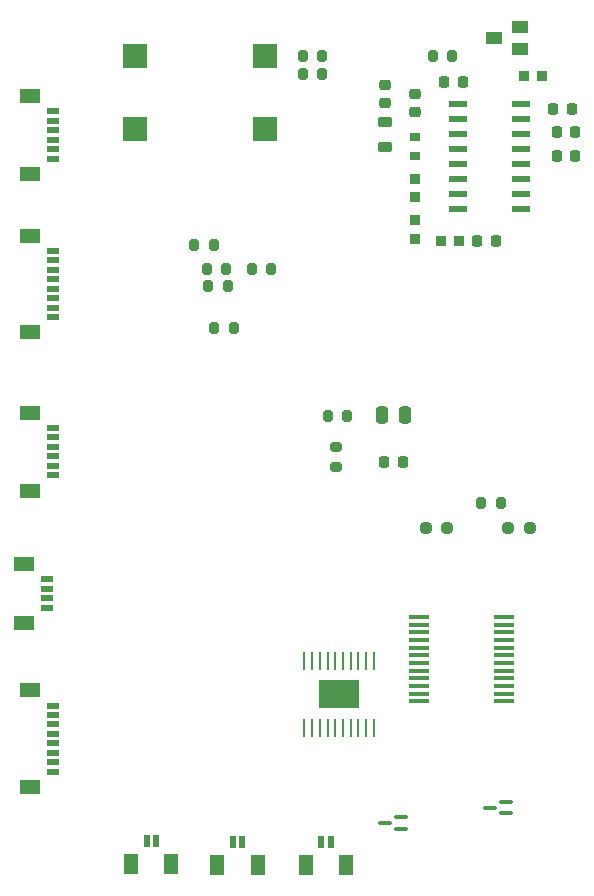
<source format=gbr>
%TF.GenerationSoftware,KiCad,Pcbnew,8.0.5*%
%TF.CreationDate,2024-11-08T20:04:07-05:00*%
%TF.ProjectId,Main,4d61696e-2e6b-4696-9361-645f70636258,rev?*%
%TF.SameCoordinates,Original*%
%TF.FileFunction,Paste,Top*%
%TF.FilePolarity,Positive*%
%FSLAX46Y46*%
G04 Gerber Fmt 4.6, Leading zero omitted, Abs format (unit mm)*
G04 Created by KiCad (PCBNEW 8.0.5) date 2024-11-08 20:04:07*
%MOMM*%
%LPD*%
G01*
G04 APERTURE LIST*
G04 Aperture macros list*
%AMRoundRect*
0 Rectangle with rounded corners*
0 $1 Rounding radius*
0 $2 $3 $4 $5 $6 $7 $8 $9 X,Y pos of 4 corners*
0 Add a 4 corners polygon primitive as box body*
4,1,4,$2,$3,$4,$5,$6,$7,$8,$9,$2,$3,0*
0 Add four circle primitives for the rounded corners*
1,1,$1+$1,$2,$3*
1,1,$1+$1,$4,$5*
1,1,$1+$1,$6,$7*
1,1,$1+$1,$8,$9*
0 Add four rect primitives between the rounded corners*
20,1,$1+$1,$2,$3,$4,$5,0*
20,1,$1+$1,$4,$5,$6,$7,0*
20,1,$1+$1,$6,$7,$8,$9,0*
20,1,$1+$1,$8,$9,$2,$3,0*%
G04 Aperture macros list end*
%ADD10RoundRect,0.200000X-0.200000X-0.275000X0.200000X-0.275000X0.200000X0.275000X-0.200000X0.275000X0*%
%ADD11RoundRect,0.037500X0.542500X0.112500X-0.542500X0.112500X-0.542500X-0.112500X0.542500X-0.112500X0*%
%ADD12RoundRect,0.218750X-0.381250X0.218750X-0.381250X-0.218750X0.381250X-0.218750X0.381250X0.218750X0*%
%ADD13R,1.750000X0.450000*%
%ADD14RoundRect,0.225000X0.225000X0.250000X-0.225000X0.250000X-0.225000X-0.250000X0.225000X-0.250000X0*%
%ADD15R,0.500000X1.000000*%
%ADD16R,1.200000X1.700000*%
%ADD17R,1.400000X1.000000*%
%ADD18R,0.930000X0.870000*%
%ADD19RoundRect,0.225000X-0.250000X0.225000X-0.250000X-0.225000X0.250000X-0.225000X0.250000X0.225000X0*%
%ADD20RoundRect,0.200000X0.200000X0.275000X-0.200000X0.275000X-0.200000X-0.275000X0.200000X-0.275000X0*%
%ADD21R,1.000000X0.500000*%
%ADD22R,1.700000X1.200000*%
%ADD23RoundRect,0.200000X-0.275000X0.200000X-0.275000X-0.200000X0.275000X-0.200000X0.275000X0.200000X0*%
%ADD24R,2.006600X2.006600*%
%ADD25RoundRect,0.237500X-0.250000X-0.237500X0.250000X-0.237500X0.250000X0.237500X-0.250000X0.237500X0*%
%ADD26R,0.250000X1.550000*%
%ADD27R,3.380000X2.400000*%
%ADD28R,0.870000X0.930000*%
%ADD29RoundRect,0.225000X-0.225000X-0.250000X0.225000X-0.250000X0.225000X0.250000X-0.225000X0.250000X0*%
%ADD30RoundRect,0.250000X-0.250000X-0.475000X0.250000X-0.475000X0.250000X0.475000X-0.250000X0.475000X0*%
%ADD31RoundRect,0.073750X-0.716250X-0.221250X0.716250X-0.221250X0.716250X0.221250X-0.716250X0.221250X0*%
%ADD32R,0.930000X0.790000*%
G04 APERTURE END LIST*
D10*
%TO.C,R1*%
X155850000Y-90000000D03*
X157500000Y-90000000D03*
%TD*%
D11*
%TO.C,Q2*%
X170920534Y-123665534D03*
X170920534Y-122665534D03*
X169610534Y-123165534D03*
%TD*%
%TO.C,Q1*%
X162000000Y-125000000D03*
X162000000Y-124000000D03*
X160690000Y-124500000D03*
%TD*%
D12*
%TO.C,L1*%
X160705534Y-65148034D03*
X160705534Y-67273034D03*
%TD*%
D10*
%TO.C,R10*%
X144535534Y-75535534D03*
X146185534Y-75535534D03*
%TD*%
D13*
%TO.C,U1*%
X163565534Y-107025534D03*
X163565534Y-107675534D03*
X163565534Y-108325534D03*
X163565534Y-108975534D03*
X163565534Y-109625534D03*
X163565534Y-110275534D03*
X163565534Y-110925534D03*
X163565534Y-111575534D03*
X163565534Y-112225534D03*
X163565534Y-112875534D03*
X163565534Y-113525534D03*
X163565534Y-114175534D03*
X170765534Y-114175534D03*
X170765534Y-113525534D03*
X170765534Y-112875534D03*
X170765534Y-112225534D03*
X170765534Y-111575534D03*
X170765534Y-110925534D03*
X170765534Y-110275534D03*
X170765534Y-109625534D03*
X170765534Y-108975534D03*
X170765534Y-108325534D03*
X170765534Y-107675534D03*
X170765534Y-107025534D03*
%TD*%
D14*
%TO.C,C8*%
X170050000Y-75210534D03*
X168500000Y-75210534D03*
%TD*%
D15*
%TO.C,J5*%
X140500000Y-126000000D03*
X141300000Y-126000000D03*
D16*
X139200000Y-127950000D03*
X142600000Y-127950000D03*
%TD*%
D17*
%TO.C,Q3*%
X172135534Y-58985534D03*
X172135534Y-57085534D03*
X169935534Y-58035534D03*
%TD*%
D18*
%TO.C,R4*%
X163205534Y-71490534D03*
X163205534Y-69930534D03*
%TD*%
D19*
%TO.C,C5*%
X163205534Y-62715534D03*
X163205534Y-64265534D03*
%TD*%
D20*
%TO.C,R13*%
X147860534Y-82535534D03*
X146210534Y-82535534D03*
%TD*%
D21*
%TO.C,J1*%
X132535534Y-91035534D03*
X132535534Y-91835534D03*
X132535534Y-92635534D03*
X132535534Y-93435534D03*
X132535534Y-94235534D03*
X132535534Y-95035534D03*
D22*
X130585534Y-89735534D03*
X130585534Y-96335534D03*
%TD*%
D23*
%TO.C,R2*%
X156500000Y-92675000D03*
X156500000Y-94325000D03*
%TD*%
D21*
%TO.C,J10*%
X132535534Y-64235534D03*
X132535534Y-65035534D03*
X132535534Y-65835534D03*
X132535534Y-66635534D03*
X132535534Y-67435534D03*
X132535534Y-68235534D03*
D22*
X130585534Y-62935534D03*
X130585534Y-69535534D03*
%TD*%
D21*
%TO.C,J11*%
X132085534Y-103835534D03*
X132085534Y-104635534D03*
X132085534Y-105435534D03*
X132085534Y-106235534D03*
D22*
X130135534Y-102535534D03*
X130135534Y-107535534D03*
%TD*%
D20*
%TO.C,R9*%
X147245534Y-77575534D03*
X145595534Y-77575534D03*
%TD*%
D10*
%TO.C,DNP3*%
X164710534Y-59535534D03*
X166360534Y-59535534D03*
%TD*%
D15*
%TO.C,J4*%
X155300000Y-126050000D03*
X156100000Y-126050000D03*
D16*
X154000000Y-128000000D03*
X157400000Y-128000000D03*
%TD*%
D19*
%TO.C,C3*%
X160705534Y-62000000D03*
X160705534Y-63550000D03*
%TD*%
D24*
%TO.C,J7*%
X150535534Y-59535534D03*
X150535534Y-65685535D03*
X139535536Y-59535534D03*
X139535536Y-65685535D03*
%TD*%
D14*
%TO.C,C9*%
X176775000Y-68000000D03*
X175225000Y-68000000D03*
%TD*%
D25*
%TO.C,R15*%
X164123034Y-99535534D03*
X165948034Y-99535534D03*
%TD*%
D26*
%TO.C,U4*%
X153865534Y-116395534D03*
X154515534Y-116395534D03*
X155165534Y-116395534D03*
X155815534Y-116395534D03*
X156465534Y-116395534D03*
X157115534Y-116395534D03*
X157765534Y-116395534D03*
X158415534Y-116395534D03*
X159065534Y-116395534D03*
X159715534Y-116395534D03*
X159715534Y-110795534D03*
X159065534Y-110795534D03*
X158415534Y-110795534D03*
X157765534Y-110795534D03*
X157115534Y-110795534D03*
X156465534Y-110795534D03*
X155815534Y-110795534D03*
X155165534Y-110795534D03*
X154515534Y-110795534D03*
X153865534Y-110795534D03*
D27*
X156790534Y-113595534D03*
%TD*%
D14*
%TO.C,C4*%
X167261534Y-61710534D03*
X165711534Y-61710534D03*
%TD*%
D21*
%TO.C,J2*%
X132535534Y-76035534D03*
X132535534Y-76835534D03*
X132535534Y-77635534D03*
X132535534Y-78435534D03*
X132535534Y-79235534D03*
X132535534Y-80035534D03*
X132535534Y-80835534D03*
X132535534Y-81635534D03*
D22*
X130585534Y-74735534D03*
X130585534Y-82935534D03*
%TD*%
D28*
%TO.C,R6*%
X165425534Y-75210534D03*
X166985534Y-75210534D03*
%TD*%
D21*
%TO.C,J3*%
X132535534Y-114535534D03*
X132535534Y-115335534D03*
X132535534Y-116135534D03*
X132535534Y-116935534D03*
X132535534Y-117735534D03*
X132535534Y-118535534D03*
X132535534Y-119335534D03*
X132535534Y-120135534D03*
D22*
X130585534Y-113235534D03*
X130585534Y-121435534D03*
%TD*%
D18*
%TO.C,R5*%
X163205534Y-74990534D03*
X163205534Y-73430534D03*
%TD*%
D29*
%TO.C,C6*%
X175225000Y-66000000D03*
X176775000Y-66000000D03*
%TD*%
%TO.C,C7*%
X174930534Y-64000000D03*
X176480534Y-64000000D03*
%TD*%
D28*
%TO.C,R7*%
X173985534Y-61210534D03*
X172425534Y-61210534D03*
%TD*%
D30*
%TO.C,C1*%
X160465534Y-89895534D03*
X162365534Y-89895534D03*
%TD*%
D20*
%TO.C,R11*%
X151035534Y-77575534D03*
X149385534Y-77575534D03*
%TD*%
D10*
%TO.C,R8*%
X168845534Y-97395534D03*
X170495534Y-97395534D03*
%TD*%
D31*
%TO.C,U3*%
X166865534Y-63590534D03*
X166865534Y-64860534D03*
X166865534Y-66130534D03*
X166865534Y-67400534D03*
X166865534Y-68670534D03*
X166865534Y-69940534D03*
X166865534Y-71210534D03*
X166865534Y-72480534D03*
X172205534Y-72480534D03*
X172205534Y-71210534D03*
X172205534Y-69940534D03*
X172205534Y-68670534D03*
X172205534Y-67400534D03*
X172205534Y-66130534D03*
X172205534Y-64860534D03*
X172205534Y-63590534D03*
%TD*%
D10*
%TO.C,DNP1*%
X153710534Y-59535534D03*
X155360534Y-59535534D03*
%TD*%
D20*
%TO.C,DNP2*%
X155360534Y-61035534D03*
X153710534Y-61035534D03*
%TD*%
D29*
%TO.C,C2*%
X160615534Y-93895534D03*
X162165534Y-93895534D03*
%TD*%
D16*
%TO.C,J6*%
X149900000Y-128000000D03*
X146500000Y-128000000D03*
D15*
X148600000Y-126050000D03*
X147800000Y-126050000D03*
%TD*%
D25*
%TO.C,R14*%
X171123034Y-99535534D03*
X172948034Y-99535534D03*
%TD*%
D32*
%TO.C,R3*%
X163205534Y-68030534D03*
X163205534Y-66390534D03*
%TD*%
D20*
%TO.C,R12*%
X147360534Y-79035534D03*
X145710534Y-79035534D03*
%TD*%
M02*

</source>
